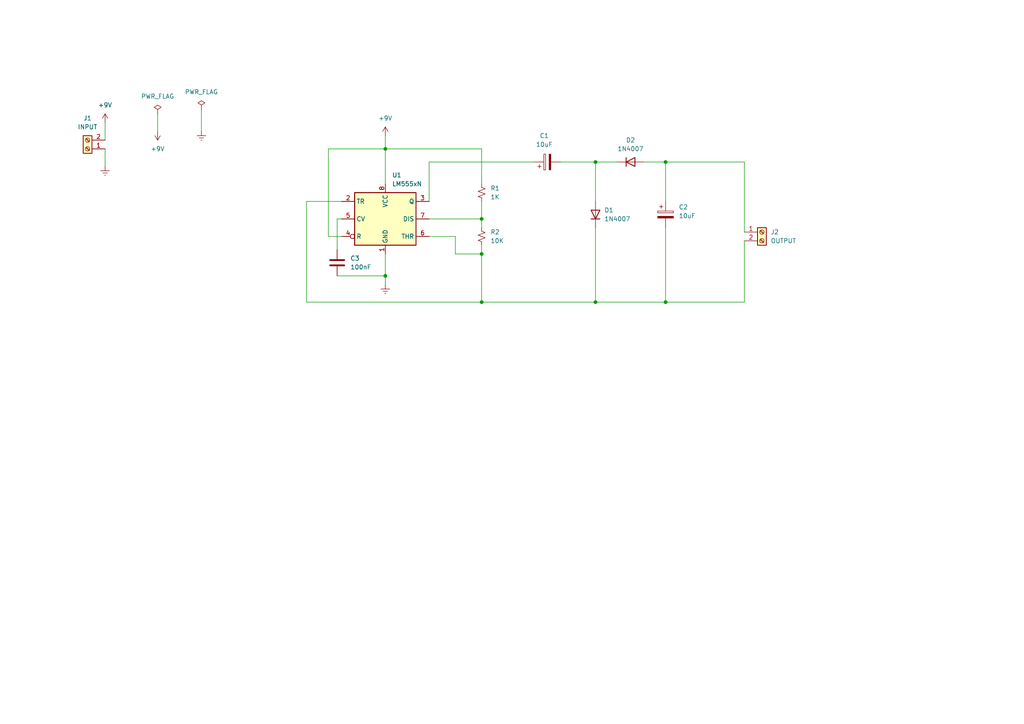
<source format=kicad_sch>
(kicad_sch (version 20230121) (generator eeschema)
  (paper "A4")
  (lib_symbols
    (symbol "Connector:Screw_Terminal_01x02" (pin_names (offset 1.016) hide)
      (property "Reference" "J" (at 0 2.54 0))
      (property "Value" "Screw_Terminal_01x02" (at 0 -5.08 0))
      (symbol "Screw_Terminal_01x02_1_1"
        (rectangle (start -1.27 1.27) (end 1.27 -3.81) (stroke (width 0.254)) (fill (type background)))
        (circle (center 0 -2.54) (radius 0.635) (stroke (width 0.1524)))
        (polyline (pts (xy -0.5334 -2.2098) (xy 0.3302 -3.048)) (stroke (width 0.1524)))
        (polyline (pts (xy -0.5334 0.3302) (xy 0.3302 -0.508)) (stroke (width 0.1524)))
        (polyline (pts (xy -0.3556 -2.032) (xy 0.508 -2.8702)) (stroke (width 0.1524)))
        (polyline (pts (xy -0.3556 0.508) (xy 0.508 -0.3302)) (stroke (width 0.1524)))
        (circle (center 0 0) (radius 0.635) (stroke (width 0.1524)))
        (pin passive line (at -5.08 0 0) (length 3.81) (name "Pin_1") (number "1"))
        (pin passive line (at -5.08 -2.54 0) (length 3.81) (name "Pin_2") (number "2"))
      )
    )
    (symbol "Device:C" (pin_numbers hide) (pin_names (offset 0.254))
      (property "Reference" "C" (at 0.635 2.54 0))
      (property "Value" "C" (at 0.635 -2.54 0))
      (symbol "C_0_1"
        (polyline (pts (xy -2.032 -0.762) (xy 2.032 -0.762)) (stroke (width 0.508)))
        (polyline (pts (xy -2.032 0.762) (xy 2.032 0.762)) (stroke (width 0.508)))
      )
      (symbol "C_1_1"
        (pin passive line (at 0 3.81 270) (length 2.794) (name "~") (number "1"))
        (pin passive line (at 0 -3.81 90) (length 2.794) (name "~") (number "2"))
      )
    )
    (symbol "Device:C_Polarized" (pin_numbers hide) (pin_names (offset 0.254))
      (property "Reference" "C" (at 0.635 2.54 0))
      (property "Value" "C_Polarized" (at 0.635 -2.54 0))
      (symbol "C_Polarized_0_1"
        (rectangle (start -2.286 0.508) (end 2.286 1.016))
        (polyline (pts (xy -1.778 2.286) (xy -0.762 2.286)))
        (polyline (pts (xy -1.27 2.794) (xy -1.27 1.778)))
        (rectangle (start 2.286 -0.508) (end -2.286 -1.016) (fill (type outline)))
      )
      (symbol "C_Polarized_1_1"
        (pin passive line (at 0 3.81 270) (length 2.794) (name "~") (number "1"))
        (pin passive line (at 0 -3.81 90) (length 2.794) (name "~") (number "2"))
      )
    )
    (symbol "Device:R_Small_US" (pin_numbers hide) (pin_names (offset 0.254) hide)
      (property "Reference" "R" (at 0.762 0.508 0))
      (property "Value" "R_Small_US" (at 0.762 -1.016 0))
      (symbol "R_Small_US_1_1"
        (polyline (pts (xy 0 0) (xy 1.016 -0.381) (xy 0 -0.762) (xy -1.016 -1.143) (xy 0 -1.524)))
        (polyline (pts (xy 0 1.524) (xy 1.016 1.143) (xy 0 0.762) (xy -1.016 0.381) (xy 0 0)))
        (pin passive line (at 0 2.54 270) (length 1.016) (name "~") (number "1"))
        (pin passive line (at 0 -2.54 90) (length 1.016) (name "~") (number "2"))
      )
    )
    (symbol "Diode:1N4007" (pin_numbers hide) (pin_names hide)
      (property "Reference" "D" (at 0 2.54 0))
      (property "Value" "1N4007" (at 0 -2.54 0))
      (symbol "1N4007_0_1"
        (polyline (pts (xy -1.27 1.27) (xy -1.27 -1.27)) (stroke (width 0.254)))
        (polyline (pts (xy 1.27 0) (xy -1.27 0)))
        (polyline (pts (xy 1.27 1.27) (xy 1.27 -1.27) (xy -1.27 0) (xy 1.27 1.27)) (stroke (width 0.254)))
      )
      (symbol "1N4007_1_1"
        (pin passive line (at -3.81 0 0) (length 2.54) (name "K") (number "1"))
        (pin passive line (at 3.81 0 180) (length 2.54) (name "A") (number "2"))
      )
    )
    (symbol "Timer:LM555xN"
      (property "Reference" "U" (at -10.16 8.89 0))
      (property "Value" "LM555xN" (at 2.54 8.89 0))
      (symbol "LM555xN_0_0"
        (pin power_in line (at 0 -10.16 90) (length 2.54) (name "GND") (number "1"))
        (pin power_in line (at 0 10.16 270) (length 2.54) (name "VCC") (number "8"))
      )
      (symbol "LM555xN_0_1"
        (rectangle (start -8.89 -7.62) (end 8.89 7.62) (stroke (width 0.254)) (fill (type background)))
        (rectangle (start -8.89 -7.62) (end 8.89 7.62) (stroke (width 0.254)) (fill (type background)))
      )
      (symbol "LM555xN_1_1"
        (pin input line (at -12.7 5.08 0) (length 3.81) (name "TR") (number "2"))
        (pin output line (at 12.7 5.08 180) (length 3.81) (name "Q") (number "3"))
        (pin input inverted (at -12.7 -5.08 0) (length 3.81) (name "R") (number "4"))
        (pin input line (at -12.7 0 0) (length 3.81) (name "CV") (number "5"))
        (pin input line (at 12.7 -5.08 180) (length 3.81) (name "THR") (number "6"))
        (pin input line (at 12.7 0 180) (length 3.81) (name "DIS") (number "7"))
      )
    )
    (symbol "power:+9V" (power) (pin_names (offset 0))
      (property "Value" "+9V" (at 0 3.556 0))
      (symbol "+9V_0_1"
        (polyline (pts (xy -0.762 1.27) (xy 0 2.54)))
        (polyline (pts (xy 0 0) (xy 0 2.54)))
        (polyline (pts (xy 0 2.54) (xy 0.762 1.27)))
      )
      (symbol "+9V_1_1"
        (pin power_in line (at 0 0 90) (length 0) hide (name "+9V") (number "1"))
      )
    )
    (symbol "power:Earth" (power) (pin_names (offset 0))
      (symbol "Earth_0_1"
        (polyline (pts (xy -0.635 -1.905) (xy 0.635 -1.905)))
        (polyline (pts (xy -0.127 -2.54) (xy 0.127 -2.54)))
        (polyline (pts (xy 0 -1.27) (xy 0 0)))
        (polyline (pts (xy 1.27 -1.27) (xy -1.27 -1.27)))
      )
      (symbol "Earth_1_1"
        (pin power_in line (at 0 0 270) (length 0) hide (name "Earth") (number "1"))
      )
    )
    (symbol "power:PWR_FLAG" (power) (pin_numbers hide) (pin_names (offset 0) hide)
      (property "Value" "PWR_FLAG" (at 0 3.81 0))
      (symbol "PWR_FLAG_0_0"
        (pin power_out line (at 0 0 90) (length 0) (name "pwr") (number "1"))
      )
      (symbol "PWR_FLAG_0_1"
        (polyline (pts (xy 0 0) (xy 0 1.27) (xy -1.016 1.905) (xy 0 2.54) (xy 1.016 1.905) (xy 0 1.27)))
      )
    )
  )
  (junction (at 172.72 87.63))
  (junction (at 139.7 73.66))
  (junction (at 172.72 46.99))
  (junction (at 139.7 87.63))
  (junction (at 193.04 87.63))
  (junction (at 111.76 43.18))
  (junction (at 111.76 80.01))
  (junction (at 139.7 63.5))
  (junction (at 193.04 46.99))
  (wire (pts (xy 132.08 73.66) (xy 139.7 73.66)))
  (wire (pts (xy 88.9 58.42) (xy 88.9 87.63)))
  (wire (pts (xy 99.06 58.42) (xy 88.9 58.42)))
  (wire (pts (xy 124.46 63.5) (xy 139.7 63.5)))
  (wire (pts (xy 162.56 46.99) (xy 172.72 46.99)))
  (wire (pts (xy 111.76 80.01) (xy 111.76 82.55)))
  (wire (pts (xy 124.46 46.99) (xy 154.94 46.99)))
  (wire (pts (xy 172.72 46.99) (xy 179.07 46.99)))
  (wire (pts (xy 139.7 58.42) (xy 139.7 63.5)))
  (wire (pts (xy 139.7 43.18) (xy 111.76 43.18)))
  (wire (pts (xy 139.7 87.63) (xy 139.7 73.66)))
  (wire (pts (xy 95.25 43.18) (xy 111.76 43.18)))
  (wire (pts (xy 30.48 35.56) (xy 30.48 40.64)))
  (wire (pts (xy 139.7 73.66) (xy 139.7 71.12)))
  (wire (pts (xy 193.04 46.99) (xy 193.04 58.42)))
  (wire (pts (xy 95.25 68.58) (xy 95.25 43.18)))
  (wire (pts (xy 99.06 68.58) (xy 95.25 68.58)))
  (wire (pts (xy 186.69 46.99) (xy 193.04 46.99)))
  (wire (pts (xy 99.06 63.5) (xy 97.79 63.5)))
  (wire (pts (xy 172.72 87.63) (xy 193.04 87.63)))
  (wire (pts (xy 45.72 33.02) (xy 45.72 38.1)))
  (wire (pts (xy 215.9 87.63) (xy 193.04 87.63)))
  (wire (pts (xy 215.9 67.31) (xy 215.9 46.99)))
  (wire (pts (xy 193.04 66.04) (xy 193.04 87.63)))
  (wire (pts (xy 215.9 69.85) (xy 215.9 87.63)))
  (wire (pts (xy 88.9 87.63) (xy 139.7 87.63)))
  (wire (pts (xy 139.7 53.34) (xy 139.7 43.18)))
  (wire (pts (xy 97.79 80.01) (xy 111.76 80.01)))
  (wire (pts (xy 139.7 87.63) (xy 172.72 87.63)))
  (wire (pts (xy 111.76 43.18) (xy 111.76 39.37)))
  (wire (pts (xy 172.72 46.99) (xy 172.72 58.42)))
  (wire (pts (xy 111.76 43.18) (xy 111.76 53.34)))
  (wire (pts (xy 172.72 66.04) (xy 172.72 87.63)))
  (wire (pts (xy 97.79 63.5) (xy 97.79 72.39)))
  (wire (pts (xy 111.76 73.66) (xy 111.76 80.01)))
  (wire (pts (xy 215.9 46.99) (xy 193.04 46.99)))
  (wire (pts (xy 132.08 68.58) (xy 132.08 73.66)))
  (wire (pts (xy 124.46 58.42) (xy 124.46 46.99)))
  (wire (pts (xy 30.48 43.18) (xy 30.48 48.26)))
  (wire (pts (xy 124.46 68.58) (xy 132.08 68.58)))
  (wire (pts (xy 58.42 31.75) (xy 58.42 38.1)))
  (wire (pts (xy 139.7 63.5) (xy 139.7 66.04)))
  (symbol (lib_id "power:Earth") (at 58.42 38.1 0) (unit 1)
    (property "Reference" "#PWR06" (effects hide))
    (property "Value" "Earth" (effects hide))
  )
  (symbol (lib_id "power:+9V") (at 30.48 35.56 0) (unit 1)
    (property "Reference" "#PWR01" (effects hide))
    (property "Value" "+9V" (at 30.48 30.48 0))
  )
  (symbol (lib_id "Device:C") (at 97.79 76.2 0) (unit 1)
    (property "Reference" "C3" (at 101.6 74.93 0) (effects (justify left)))
    (property "Value" "100nF" (at 101.6 77.47 0) (effects (justify left)))
    (property "Footprint" "Capacitor_THT:C_Disc_D8.0mm_W5.0mm_P7.50mm" (effects hide))
  )
  (symbol (lib_id "Device:C_Polarized") (at 158.75 46.99 90) (unit 1)
    (property "Reference" "C1" (at 157.861 39.37 90))
    (property "Value" "10uF" (at 157.861 41.91 90))
    (property "Footprint" "Capacitor_THT:CP_Radial_D13.0mm_P7.50mm" (effects hide))
  )
  (symbol (lib_id "Diode:1N4007") (at 172.72 62.23 90) (unit 1)
    (property "Reference" "D1" (at 175.26 60.96 90) (effects (justify right)))
    (property "Value" "1N4007" (at 175.26 63.5 90) (effects (justify right)))
    (property "Footprint" "Diode_THT:D_DO-41_SOD81_P10.16mm_Horizontal" (effects hide))
    (property "Datasheet" "http://www.vishay.com/docs/88503/1n4001.pdf" (effects hide))
    (property "Sim.Device" "D" (effects hide))
    (property "Sim.Pins" "1=K 2=A" (effects hide))
  )
  (symbol (lib_id "power:+9V") (at 111.76 39.37 0) (unit 1)
    (property "Reference" "#PWR04" (effects hide))
    (property "Value" "+9V" (at 111.76 34.29 0))
  )
  (symbol (lib_id "Connector:Screw_Terminal_01x02") (at 220.98 67.31 0) (unit 1)
    (property "Reference" "J2" (at 223.52 67.31 0) (effects (justify left)))
    (property "Value" "OUTPUT" (at 223.52 69.85 0) (effects (justify left)))
    (property "Footprint" "TerminalBlock:TerminalBlock_bornier-2_P5.08mm" (effects hide))
  )
  (symbol (lib_id "power:Earth") (at 111.76 82.55 0) (unit 1)
    (property "Reference" "#PWR03" (effects hide))
    (property "Value" "Earth" (effects hide))
  )
  (symbol (lib_id "Device:R_Small_US") (at 139.7 55.88 180) (unit 1)
    (property "Reference" "R1" (at 142.24 54.61 0) (effects (justify right)))
    (property "Value" "1K" (at 142.24 57.15 0) (effects (justify right)))
    (property "Footprint" "Resistor_THT:R_Axial_DIN0309_L9.0mm_D3.2mm_P15.24mm_Horizontal" (effects hide))
  )
  (symbol (lib_id "Diode:1N4007") (at 182.88 46.99 0) (unit 1)
    (property "Reference" "D2" (at 182.88 40.64 0))
    (property "Value" "1N4007" (at 182.88 43.18 0))
    (property "Footprint" "Diode_THT:D_DO-41_SOD81_P10.16mm_Horizontal" (effects hide))
    (property "Datasheet" "http://www.vishay.com/docs/88503/1n4001.pdf" (effects hide))
    (property "Sim.Device" "D" (effects hide))
    (property "Sim.Pins" "1=K 2=A" (effects hide))
  )
  (symbol (lib_id "power:PWR_FLAG") (at 45.72 33.02 0) (unit 1)
    (property "Reference" "#FLG01" (effects hide))
    (property "Value" "PWR_FLAG" (at 45.72 27.94 0))
  )
  (symbol (lib_id "Timer:LM555xN") (at 111.76 63.5 0) (unit 1)
    (property "Reference" "U1" (at 113.7159 50.8 0) (effects (justify left)))
    (property "Value" "LM555xN" (at 113.7159 53.34 0) (effects (justify left)))
    (property "Footprint" "Package_DIP:DIP-8_W7.62mm" (effects hide))
    (property "Datasheet" "http://www.ti.com/lit/ds/symlink/lm555.pdf" (effects hide))
  )
  (symbol (lib_id "power:+9V") (at 45.72 38.1 180) (unit 1)
    (property "Reference" "#PWR05" (effects hide))
    (property "Value" "+9V" (at 45.72 43.18 0))
  )
  (symbol (lib_id "Device:R_Small_US") (at 139.7 68.58 180) (unit 1)
    (property "Reference" "R2" (at 142.24 67.31 0) (effects (justify right)))
    (property "Value" "10K" (at 142.24 69.85 0) (effects (justify right)))
    (property "Footprint" "Resistor_THT:R_Axial_DIN0309_L9.0mm_D3.2mm_P15.24mm_Horizontal" (effects hide))
  )
  (symbol (lib_id "power:Earth") (at 30.48 48.26 0) (unit 1)
    (property "Reference" "#PWR02" (effects hide))
    (property "Value" "Earth" (effects hide))
  )
  (symbol (lib_id "power:PWR_FLAG") (at 58.42 31.75 0) (unit 1)
    (property "Reference" "#FLG02" (effects hide))
    (property "Value" "PWR_FLAG" (at 58.42 26.67 0))
  )
  (symbol (lib_id "Device:C_Polarized") (at 193.04 62.23 0) (unit 1)
    (property "Reference" "C2" (at 196.85 60.071 0) (effects (justify left)))
    (property "Value" "10uF" (at 196.85 62.611 0) (effects (justify left)))
    (property "Footprint" "Capacitor_THT:CP_Radial_D13.0mm_P7.50mm" (effects hide))
  )
  (symbol (lib_id "Connector:Screw_Terminal_01x02") (at 25.4 43.18 180) (unit 1)
    (property "Reference" "J1" (at 25.4 34.29 0))
    (property "Value" "INPUT" (at 25.4 36.83 0))
    (property "Footprint" "TerminalBlock:TerminalBlock_bornier-2_P5.08mm" (effects hide))
  )
)
</source>
